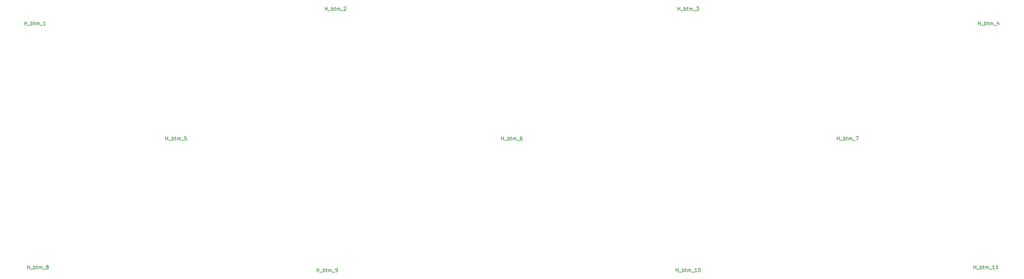
<source format=gbr>
G04 #@! TF.GenerationSoftware,KiCad,Pcbnew,8.0.5*
G04 #@! TF.CreationDate,2024-09-18T07:56:29+09:00*
G04 #@! TF.ProjectId,SandyLP_Plate_Bottom,53616e64-794c-4505-9f50-6c6174655f42,v.0*
G04 #@! TF.SameCoordinates,Original*
G04 #@! TF.FileFunction,AssemblyDrawing,Top*
%FSLAX46Y46*%
G04 Gerber Fmt 4.6, Leading zero omitted, Abs format (unit mm)*
G04 Created by KiCad (PCBNEW 8.0.5) date 2024-09-18 07:56:29*
%MOMM*%
%LPD*%
G01*
G04 APERTURE LIST*
%ADD10C,0.150000*%
G04 APERTURE END LIST*
D10*
X20967363Y-42295724D02*
X20967363Y-41295724D01*
X20967363Y-41771914D02*
X21538791Y-41771914D01*
X21538791Y-42295724D02*
X21538791Y-41295724D01*
X21776887Y-42390962D02*
X22538791Y-42390962D01*
X22776887Y-42295724D02*
X22776887Y-41295724D01*
X22776887Y-41676676D02*
X22872125Y-41629057D01*
X22872125Y-41629057D02*
X23062601Y-41629057D01*
X23062601Y-41629057D02*
X23157839Y-41676676D01*
X23157839Y-41676676D02*
X23205458Y-41724295D01*
X23205458Y-41724295D02*
X23253077Y-41819533D01*
X23253077Y-41819533D02*
X23253077Y-42105247D01*
X23253077Y-42105247D02*
X23205458Y-42200485D01*
X23205458Y-42200485D02*
X23157839Y-42248105D01*
X23157839Y-42248105D02*
X23062601Y-42295724D01*
X23062601Y-42295724D02*
X22872125Y-42295724D01*
X22872125Y-42295724D02*
X22776887Y-42248105D01*
X23538792Y-41629057D02*
X23919744Y-41629057D01*
X23681649Y-41295724D02*
X23681649Y-42152866D01*
X23681649Y-42152866D02*
X23729268Y-42248105D01*
X23729268Y-42248105D02*
X23824506Y-42295724D01*
X23824506Y-42295724D02*
X23919744Y-42295724D01*
X24253078Y-42295724D02*
X24253078Y-41629057D01*
X24253078Y-41724295D02*
X24300697Y-41676676D01*
X24300697Y-41676676D02*
X24395935Y-41629057D01*
X24395935Y-41629057D02*
X24538792Y-41629057D01*
X24538792Y-41629057D02*
X24634030Y-41676676D01*
X24634030Y-41676676D02*
X24681649Y-41771914D01*
X24681649Y-41771914D02*
X24681649Y-42295724D01*
X24681649Y-41771914D02*
X24729268Y-41676676D01*
X24729268Y-41676676D02*
X24824506Y-41629057D01*
X24824506Y-41629057D02*
X24967363Y-41629057D01*
X24967363Y-41629057D02*
X25062602Y-41676676D01*
X25062602Y-41676676D02*
X25110221Y-41771914D01*
X25110221Y-41771914D02*
X25110221Y-42295724D01*
X25348316Y-42390962D02*
X26110220Y-42390962D01*
X26872125Y-42295724D02*
X26300697Y-42295724D01*
X26586411Y-42295724D02*
X26586411Y-41295724D01*
X26586411Y-41295724D02*
X26491173Y-41438581D01*
X26491173Y-41438581D02*
X26395935Y-41533819D01*
X26395935Y-41533819D02*
X26300697Y-41581438D01*
X106236113Y-38173849D02*
X106236113Y-37173849D01*
X106236113Y-37650039D02*
X106807541Y-37650039D01*
X106807541Y-38173849D02*
X106807541Y-37173849D01*
X107045637Y-38269087D02*
X107807541Y-38269087D01*
X108045637Y-38173849D02*
X108045637Y-37173849D01*
X108045637Y-37554801D02*
X108140875Y-37507182D01*
X108140875Y-37507182D02*
X108331351Y-37507182D01*
X108331351Y-37507182D02*
X108426589Y-37554801D01*
X108426589Y-37554801D02*
X108474208Y-37602420D01*
X108474208Y-37602420D02*
X108521827Y-37697658D01*
X108521827Y-37697658D02*
X108521827Y-37983372D01*
X108521827Y-37983372D02*
X108474208Y-38078610D01*
X108474208Y-38078610D02*
X108426589Y-38126230D01*
X108426589Y-38126230D02*
X108331351Y-38173849D01*
X108331351Y-38173849D02*
X108140875Y-38173849D01*
X108140875Y-38173849D02*
X108045637Y-38126230D01*
X108807542Y-37507182D02*
X109188494Y-37507182D01*
X108950399Y-37173849D02*
X108950399Y-38030991D01*
X108950399Y-38030991D02*
X108998018Y-38126230D01*
X108998018Y-38126230D02*
X109093256Y-38173849D01*
X109093256Y-38173849D02*
X109188494Y-38173849D01*
X109521828Y-38173849D02*
X109521828Y-37507182D01*
X109521828Y-37602420D02*
X109569447Y-37554801D01*
X109569447Y-37554801D02*
X109664685Y-37507182D01*
X109664685Y-37507182D02*
X109807542Y-37507182D01*
X109807542Y-37507182D02*
X109902780Y-37554801D01*
X109902780Y-37554801D02*
X109950399Y-37650039D01*
X109950399Y-37650039D02*
X109950399Y-38173849D01*
X109950399Y-37650039D02*
X109998018Y-37554801D01*
X109998018Y-37554801D02*
X110093256Y-37507182D01*
X110093256Y-37507182D02*
X110236113Y-37507182D01*
X110236113Y-37507182D02*
X110331352Y-37554801D01*
X110331352Y-37554801D02*
X110378971Y-37650039D01*
X110378971Y-37650039D02*
X110378971Y-38173849D01*
X110617066Y-38269087D02*
X111378970Y-38269087D01*
X111569447Y-37269087D02*
X111617066Y-37221468D01*
X111617066Y-37221468D02*
X111712304Y-37173849D01*
X111712304Y-37173849D02*
X111950399Y-37173849D01*
X111950399Y-37173849D02*
X112045637Y-37221468D01*
X112045637Y-37221468D02*
X112093256Y-37269087D01*
X112093256Y-37269087D02*
X112140875Y-37364325D01*
X112140875Y-37364325D02*
X112140875Y-37459563D01*
X112140875Y-37459563D02*
X112093256Y-37602420D01*
X112093256Y-37602420D02*
X111521828Y-38173849D01*
X111521828Y-38173849D02*
X112140875Y-38173849D01*
X206248613Y-38173849D02*
X206248613Y-37173849D01*
X206248613Y-37650039D02*
X206820041Y-37650039D01*
X206820041Y-38173849D02*
X206820041Y-37173849D01*
X207058137Y-38269087D02*
X207820041Y-38269087D01*
X208058137Y-38173849D02*
X208058137Y-37173849D01*
X208058137Y-37554801D02*
X208153375Y-37507182D01*
X208153375Y-37507182D02*
X208343851Y-37507182D01*
X208343851Y-37507182D02*
X208439089Y-37554801D01*
X208439089Y-37554801D02*
X208486708Y-37602420D01*
X208486708Y-37602420D02*
X208534327Y-37697658D01*
X208534327Y-37697658D02*
X208534327Y-37983372D01*
X208534327Y-37983372D02*
X208486708Y-38078610D01*
X208486708Y-38078610D02*
X208439089Y-38126230D01*
X208439089Y-38126230D02*
X208343851Y-38173849D01*
X208343851Y-38173849D02*
X208153375Y-38173849D01*
X208153375Y-38173849D02*
X208058137Y-38126230D01*
X208820042Y-37507182D02*
X209200994Y-37507182D01*
X208962899Y-37173849D02*
X208962899Y-38030991D01*
X208962899Y-38030991D02*
X209010518Y-38126230D01*
X209010518Y-38126230D02*
X209105756Y-38173849D01*
X209105756Y-38173849D02*
X209200994Y-38173849D01*
X209534328Y-38173849D02*
X209534328Y-37507182D01*
X209534328Y-37602420D02*
X209581947Y-37554801D01*
X209581947Y-37554801D02*
X209677185Y-37507182D01*
X209677185Y-37507182D02*
X209820042Y-37507182D01*
X209820042Y-37507182D02*
X209915280Y-37554801D01*
X209915280Y-37554801D02*
X209962899Y-37650039D01*
X209962899Y-37650039D02*
X209962899Y-38173849D01*
X209962899Y-37650039D02*
X210010518Y-37554801D01*
X210010518Y-37554801D02*
X210105756Y-37507182D01*
X210105756Y-37507182D02*
X210248613Y-37507182D01*
X210248613Y-37507182D02*
X210343852Y-37554801D01*
X210343852Y-37554801D02*
X210391471Y-37650039D01*
X210391471Y-37650039D02*
X210391471Y-38173849D01*
X210629566Y-38269087D02*
X211391470Y-38269087D01*
X211534328Y-37173849D02*
X212153375Y-37173849D01*
X212153375Y-37173849D02*
X211820042Y-37554801D01*
X211820042Y-37554801D02*
X211962899Y-37554801D01*
X211962899Y-37554801D02*
X212058137Y-37602420D01*
X212058137Y-37602420D02*
X212105756Y-37650039D01*
X212105756Y-37650039D02*
X212153375Y-37745277D01*
X212153375Y-37745277D02*
X212153375Y-37983372D01*
X212153375Y-37983372D02*
X212105756Y-38078610D01*
X212105756Y-38078610D02*
X212058137Y-38126230D01*
X212058137Y-38126230D02*
X211962899Y-38173849D01*
X211962899Y-38173849D02*
X211677185Y-38173849D01*
X211677185Y-38173849D02*
X211581947Y-38126230D01*
X211581947Y-38126230D02*
X211534328Y-38078610D01*
X291517363Y-42295724D02*
X291517363Y-41295724D01*
X291517363Y-41771914D02*
X292088791Y-41771914D01*
X292088791Y-42295724D02*
X292088791Y-41295724D01*
X292326887Y-42390962D02*
X293088791Y-42390962D01*
X293326887Y-42295724D02*
X293326887Y-41295724D01*
X293326887Y-41676676D02*
X293422125Y-41629057D01*
X293422125Y-41629057D02*
X293612601Y-41629057D01*
X293612601Y-41629057D02*
X293707839Y-41676676D01*
X293707839Y-41676676D02*
X293755458Y-41724295D01*
X293755458Y-41724295D02*
X293803077Y-41819533D01*
X293803077Y-41819533D02*
X293803077Y-42105247D01*
X293803077Y-42105247D02*
X293755458Y-42200485D01*
X293755458Y-42200485D02*
X293707839Y-42248105D01*
X293707839Y-42248105D02*
X293612601Y-42295724D01*
X293612601Y-42295724D02*
X293422125Y-42295724D01*
X293422125Y-42295724D02*
X293326887Y-42248105D01*
X294088792Y-41629057D02*
X294469744Y-41629057D01*
X294231649Y-41295724D02*
X294231649Y-42152866D01*
X294231649Y-42152866D02*
X294279268Y-42248105D01*
X294279268Y-42248105D02*
X294374506Y-42295724D01*
X294374506Y-42295724D02*
X294469744Y-42295724D01*
X294803078Y-42295724D02*
X294803078Y-41629057D01*
X294803078Y-41724295D02*
X294850697Y-41676676D01*
X294850697Y-41676676D02*
X294945935Y-41629057D01*
X294945935Y-41629057D02*
X295088792Y-41629057D01*
X295088792Y-41629057D02*
X295184030Y-41676676D01*
X295184030Y-41676676D02*
X295231649Y-41771914D01*
X295231649Y-41771914D02*
X295231649Y-42295724D01*
X295231649Y-41771914D02*
X295279268Y-41676676D01*
X295279268Y-41676676D02*
X295374506Y-41629057D01*
X295374506Y-41629057D02*
X295517363Y-41629057D01*
X295517363Y-41629057D02*
X295612602Y-41676676D01*
X295612602Y-41676676D02*
X295660221Y-41771914D01*
X295660221Y-41771914D02*
X295660221Y-42295724D01*
X295898316Y-42390962D02*
X296660220Y-42390962D01*
X297326887Y-41629057D02*
X297326887Y-42295724D01*
X297088792Y-41248105D02*
X296850697Y-41962390D01*
X296850697Y-41962390D02*
X297469744Y-41962390D01*
X103854863Y-112542599D02*
X103854863Y-111542599D01*
X103854863Y-112018789D02*
X104426291Y-112018789D01*
X104426291Y-112542599D02*
X104426291Y-111542599D01*
X104664387Y-112637837D02*
X105426291Y-112637837D01*
X105664387Y-112542599D02*
X105664387Y-111542599D01*
X105664387Y-111923551D02*
X105759625Y-111875932D01*
X105759625Y-111875932D02*
X105950101Y-111875932D01*
X105950101Y-111875932D02*
X106045339Y-111923551D01*
X106045339Y-111923551D02*
X106092958Y-111971170D01*
X106092958Y-111971170D02*
X106140577Y-112066408D01*
X106140577Y-112066408D02*
X106140577Y-112352122D01*
X106140577Y-112352122D02*
X106092958Y-112447360D01*
X106092958Y-112447360D02*
X106045339Y-112494980D01*
X106045339Y-112494980D02*
X105950101Y-112542599D01*
X105950101Y-112542599D02*
X105759625Y-112542599D01*
X105759625Y-112542599D02*
X105664387Y-112494980D01*
X106426292Y-111875932D02*
X106807244Y-111875932D01*
X106569149Y-111542599D02*
X106569149Y-112399741D01*
X106569149Y-112399741D02*
X106616768Y-112494980D01*
X106616768Y-112494980D02*
X106712006Y-112542599D01*
X106712006Y-112542599D02*
X106807244Y-112542599D01*
X107140578Y-112542599D02*
X107140578Y-111875932D01*
X107140578Y-111971170D02*
X107188197Y-111923551D01*
X107188197Y-111923551D02*
X107283435Y-111875932D01*
X107283435Y-111875932D02*
X107426292Y-111875932D01*
X107426292Y-111875932D02*
X107521530Y-111923551D01*
X107521530Y-111923551D02*
X107569149Y-112018789D01*
X107569149Y-112018789D02*
X107569149Y-112542599D01*
X107569149Y-112018789D02*
X107616768Y-111923551D01*
X107616768Y-111923551D02*
X107712006Y-111875932D01*
X107712006Y-111875932D02*
X107854863Y-111875932D01*
X107854863Y-111875932D02*
X107950102Y-111923551D01*
X107950102Y-111923551D02*
X107997721Y-112018789D01*
X107997721Y-112018789D02*
X107997721Y-112542599D01*
X108235816Y-112637837D02*
X108997720Y-112637837D01*
X109283435Y-112542599D02*
X109473911Y-112542599D01*
X109473911Y-112542599D02*
X109569149Y-112494980D01*
X109569149Y-112494980D02*
X109616768Y-112447360D01*
X109616768Y-112447360D02*
X109712006Y-112304503D01*
X109712006Y-112304503D02*
X109759625Y-112114027D01*
X109759625Y-112114027D02*
X109759625Y-111733075D01*
X109759625Y-111733075D02*
X109712006Y-111637837D01*
X109712006Y-111637837D02*
X109664387Y-111590218D01*
X109664387Y-111590218D02*
X109569149Y-111542599D01*
X109569149Y-111542599D02*
X109378673Y-111542599D01*
X109378673Y-111542599D02*
X109283435Y-111590218D01*
X109283435Y-111590218D02*
X109235816Y-111637837D01*
X109235816Y-111637837D02*
X109188197Y-111733075D01*
X109188197Y-111733075D02*
X109188197Y-111971170D01*
X109188197Y-111971170D02*
X109235816Y-112066408D01*
X109235816Y-112066408D02*
X109283435Y-112114027D01*
X109283435Y-112114027D02*
X109378673Y-112161646D01*
X109378673Y-112161646D02*
X109569149Y-112161646D01*
X109569149Y-112161646D02*
X109664387Y-112114027D01*
X109664387Y-112114027D02*
X109712006Y-112066408D01*
X109712006Y-112066408D02*
X109759625Y-111971170D01*
X21767363Y-111742599D02*
X21767363Y-110742599D01*
X21767363Y-111218789D02*
X22338791Y-111218789D01*
X22338791Y-111742599D02*
X22338791Y-110742599D01*
X22576887Y-111837837D02*
X23338791Y-111837837D01*
X23576887Y-111742599D02*
X23576887Y-110742599D01*
X23576887Y-111123551D02*
X23672125Y-111075932D01*
X23672125Y-111075932D02*
X23862601Y-111075932D01*
X23862601Y-111075932D02*
X23957839Y-111123551D01*
X23957839Y-111123551D02*
X24005458Y-111171170D01*
X24005458Y-111171170D02*
X24053077Y-111266408D01*
X24053077Y-111266408D02*
X24053077Y-111552122D01*
X24053077Y-111552122D02*
X24005458Y-111647360D01*
X24005458Y-111647360D02*
X23957839Y-111694980D01*
X23957839Y-111694980D02*
X23862601Y-111742599D01*
X23862601Y-111742599D02*
X23672125Y-111742599D01*
X23672125Y-111742599D02*
X23576887Y-111694980D01*
X24338792Y-111075932D02*
X24719744Y-111075932D01*
X24481649Y-110742599D02*
X24481649Y-111599741D01*
X24481649Y-111599741D02*
X24529268Y-111694980D01*
X24529268Y-111694980D02*
X24624506Y-111742599D01*
X24624506Y-111742599D02*
X24719744Y-111742599D01*
X25053078Y-111742599D02*
X25053078Y-111075932D01*
X25053078Y-111171170D02*
X25100697Y-111123551D01*
X25100697Y-111123551D02*
X25195935Y-111075932D01*
X25195935Y-111075932D02*
X25338792Y-111075932D01*
X25338792Y-111075932D02*
X25434030Y-111123551D01*
X25434030Y-111123551D02*
X25481649Y-111218789D01*
X25481649Y-111218789D02*
X25481649Y-111742599D01*
X25481649Y-111218789D02*
X25529268Y-111123551D01*
X25529268Y-111123551D02*
X25624506Y-111075932D01*
X25624506Y-111075932D02*
X25767363Y-111075932D01*
X25767363Y-111075932D02*
X25862602Y-111123551D01*
X25862602Y-111123551D02*
X25910221Y-111218789D01*
X25910221Y-111218789D02*
X25910221Y-111742599D01*
X26148316Y-111837837D02*
X26910220Y-111837837D01*
X27291173Y-111171170D02*
X27195935Y-111123551D01*
X27195935Y-111123551D02*
X27148316Y-111075932D01*
X27148316Y-111075932D02*
X27100697Y-110980694D01*
X27100697Y-110980694D02*
X27100697Y-110933075D01*
X27100697Y-110933075D02*
X27148316Y-110837837D01*
X27148316Y-110837837D02*
X27195935Y-110790218D01*
X27195935Y-110790218D02*
X27291173Y-110742599D01*
X27291173Y-110742599D02*
X27481649Y-110742599D01*
X27481649Y-110742599D02*
X27576887Y-110790218D01*
X27576887Y-110790218D02*
X27624506Y-110837837D01*
X27624506Y-110837837D02*
X27672125Y-110933075D01*
X27672125Y-110933075D02*
X27672125Y-110980694D01*
X27672125Y-110980694D02*
X27624506Y-111075932D01*
X27624506Y-111075932D02*
X27576887Y-111123551D01*
X27576887Y-111123551D02*
X27481649Y-111171170D01*
X27481649Y-111171170D02*
X27291173Y-111171170D01*
X27291173Y-111171170D02*
X27195935Y-111218789D01*
X27195935Y-111218789D02*
X27148316Y-111266408D01*
X27148316Y-111266408D02*
X27100697Y-111361646D01*
X27100697Y-111361646D02*
X27100697Y-111552122D01*
X27100697Y-111552122D02*
X27148316Y-111647360D01*
X27148316Y-111647360D02*
X27195935Y-111694980D01*
X27195935Y-111694980D02*
X27291173Y-111742599D01*
X27291173Y-111742599D02*
X27481649Y-111742599D01*
X27481649Y-111742599D02*
X27576887Y-111694980D01*
X27576887Y-111694980D02*
X27624506Y-111647360D01*
X27624506Y-111647360D02*
X27672125Y-111552122D01*
X27672125Y-111552122D02*
X27672125Y-111361646D01*
X27672125Y-111361646D02*
X27624506Y-111266408D01*
X27624506Y-111266408D02*
X27576887Y-111218789D01*
X27576887Y-111218789D02*
X27481649Y-111171170D01*
X290241173Y-111742599D02*
X290241173Y-110742599D01*
X290241173Y-111218789D02*
X290812601Y-111218789D01*
X290812601Y-111742599D02*
X290812601Y-110742599D01*
X291050697Y-111837837D02*
X291812601Y-111837837D01*
X292050697Y-111742599D02*
X292050697Y-110742599D01*
X292050697Y-111123551D02*
X292145935Y-111075932D01*
X292145935Y-111075932D02*
X292336411Y-111075932D01*
X292336411Y-111075932D02*
X292431649Y-111123551D01*
X292431649Y-111123551D02*
X292479268Y-111171170D01*
X292479268Y-111171170D02*
X292526887Y-111266408D01*
X292526887Y-111266408D02*
X292526887Y-111552122D01*
X292526887Y-111552122D02*
X292479268Y-111647360D01*
X292479268Y-111647360D02*
X292431649Y-111694980D01*
X292431649Y-111694980D02*
X292336411Y-111742599D01*
X292336411Y-111742599D02*
X292145935Y-111742599D01*
X292145935Y-111742599D02*
X292050697Y-111694980D01*
X292812602Y-111075932D02*
X293193554Y-111075932D01*
X292955459Y-110742599D02*
X292955459Y-111599741D01*
X292955459Y-111599741D02*
X293003078Y-111694980D01*
X293003078Y-111694980D02*
X293098316Y-111742599D01*
X293098316Y-111742599D02*
X293193554Y-111742599D01*
X293526888Y-111742599D02*
X293526888Y-111075932D01*
X293526888Y-111171170D02*
X293574507Y-111123551D01*
X293574507Y-111123551D02*
X293669745Y-111075932D01*
X293669745Y-111075932D02*
X293812602Y-111075932D01*
X293812602Y-111075932D02*
X293907840Y-111123551D01*
X293907840Y-111123551D02*
X293955459Y-111218789D01*
X293955459Y-111218789D02*
X293955459Y-111742599D01*
X293955459Y-111218789D02*
X294003078Y-111123551D01*
X294003078Y-111123551D02*
X294098316Y-111075932D01*
X294098316Y-111075932D02*
X294241173Y-111075932D01*
X294241173Y-111075932D02*
X294336412Y-111123551D01*
X294336412Y-111123551D02*
X294384031Y-111218789D01*
X294384031Y-111218789D02*
X294384031Y-111742599D01*
X294622126Y-111837837D02*
X295384030Y-111837837D01*
X296145935Y-111742599D02*
X295574507Y-111742599D01*
X295860221Y-111742599D02*
X295860221Y-110742599D01*
X295860221Y-110742599D02*
X295764983Y-110885456D01*
X295764983Y-110885456D02*
X295669745Y-110980694D01*
X295669745Y-110980694D02*
X295574507Y-111028313D01*
X297098316Y-111742599D02*
X296526888Y-111742599D01*
X296812602Y-111742599D02*
X296812602Y-110742599D01*
X296812602Y-110742599D02*
X296717364Y-110885456D01*
X296717364Y-110885456D02*
X296622126Y-110980694D01*
X296622126Y-110980694D02*
X296526888Y-111028313D01*
X60992363Y-75083224D02*
X60992363Y-74083224D01*
X60992363Y-74559414D02*
X61563791Y-74559414D01*
X61563791Y-75083224D02*
X61563791Y-74083224D01*
X61801887Y-75178462D02*
X62563791Y-75178462D01*
X62801887Y-75083224D02*
X62801887Y-74083224D01*
X62801887Y-74464176D02*
X62897125Y-74416557D01*
X62897125Y-74416557D02*
X63087601Y-74416557D01*
X63087601Y-74416557D02*
X63182839Y-74464176D01*
X63182839Y-74464176D02*
X63230458Y-74511795D01*
X63230458Y-74511795D02*
X63278077Y-74607033D01*
X63278077Y-74607033D02*
X63278077Y-74892747D01*
X63278077Y-74892747D02*
X63230458Y-74987985D01*
X63230458Y-74987985D02*
X63182839Y-75035605D01*
X63182839Y-75035605D02*
X63087601Y-75083224D01*
X63087601Y-75083224D02*
X62897125Y-75083224D01*
X62897125Y-75083224D02*
X62801887Y-75035605D01*
X63563792Y-74416557D02*
X63944744Y-74416557D01*
X63706649Y-74083224D02*
X63706649Y-74940366D01*
X63706649Y-74940366D02*
X63754268Y-75035605D01*
X63754268Y-75035605D02*
X63849506Y-75083224D01*
X63849506Y-75083224D02*
X63944744Y-75083224D01*
X64278078Y-75083224D02*
X64278078Y-74416557D01*
X64278078Y-74511795D02*
X64325697Y-74464176D01*
X64325697Y-74464176D02*
X64420935Y-74416557D01*
X64420935Y-74416557D02*
X64563792Y-74416557D01*
X64563792Y-74416557D02*
X64659030Y-74464176D01*
X64659030Y-74464176D02*
X64706649Y-74559414D01*
X64706649Y-74559414D02*
X64706649Y-75083224D01*
X64706649Y-74559414D02*
X64754268Y-74464176D01*
X64754268Y-74464176D02*
X64849506Y-74416557D01*
X64849506Y-74416557D02*
X64992363Y-74416557D01*
X64992363Y-74416557D02*
X65087602Y-74464176D01*
X65087602Y-74464176D02*
X65135221Y-74559414D01*
X65135221Y-74559414D02*
X65135221Y-75083224D01*
X65373316Y-75178462D02*
X66135220Y-75178462D01*
X66849506Y-74083224D02*
X66373316Y-74083224D01*
X66373316Y-74083224D02*
X66325697Y-74559414D01*
X66325697Y-74559414D02*
X66373316Y-74511795D01*
X66373316Y-74511795D02*
X66468554Y-74464176D01*
X66468554Y-74464176D02*
X66706649Y-74464176D01*
X66706649Y-74464176D02*
X66801887Y-74511795D01*
X66801887Y-74511795D02*
X66849506Y-74559414D01*
X66849506Y-74559414D02*
X66897125Y-74654652D01*
X66897125Y-74654652D02*
X66897125Y-74892747D01*
X66897125Y-74892747D02*
X66849506Y-74987985D01*
X66849506Y-74987985D02*
X66801887Y-75035605D01*
X66801887Y-75035605D02*
X66706649Y-75083224D01*
X66706649Y-75083224D02*
X66468554Y-75083224D01*
X66468554Y-75083224D02*
X66373316Y-75035605D01*
X66373316Y-75035605D02*
X66325697Y-74987985D01*
X251492363Y-75083224D02*
X251492363Y-74083224D01*
X251492363Y-74559414D02*
X252063791Y-74559414D01*
X252063791Y-75083224D02*
X252063791Y-74083224D01*
X252301887Y-75178462D02*
X253063791Y-75178462D01*
X253301887Y-75083224D02*
X253301887Y-74083224D01*
X253301887Y-74464176D02*
X253397125Y-74416557D01*
X253397125Y-74416557D02*
X253587601Y-74416557D01*
X253587601Y-74416557D02*
X253682839Y-74464176D01*
X253682839Y-74464176D02*
X253730458Y-74511795D01*
X253730458Y-74511795D02*
X253778077Y-74607033D01*
X253778077Y-74607033D02*
X253778077Y-74892747D01*
X253778077Y-74892747D02*
X253730458Y-74987985D01*
X253730458Y-74987985D02*
X253682839Y-75035605D01*
X253682839Y-75035605D02*
X253587601Y-75083224D01*
X253587601Y-75083224D02*
X253397125Y-75083224D01*
X253397125Y-75083224D02*
X253301887Y-75035605D01*
X254063792Y-74416557D02*
X254444744Y-74416557D01*
X254206649Y-74083224D02*
X254206649Y-74940366D01*
X254206649Y-74940366D02*
X254254268Y-75035605D01*
X254254268Y-75035605D02*
X254349506Y-75083224D01*
X254349506Y-75083224D02*
X254444744Y-75083224D01*
X254778078Y-75083224D02*
X254778078Y-74416557D01*
X254778078Y-74511795D02*
X254825697Y-74464176D01*
X254825697Y-74464176D02*
X254920935Y-74416557D01*
X254920935Y-74416557D02*
X255063792Y-74416557D01*
X255063792Y-74416557D02*
X255159030Y-74464176D01*
X255159030Y-74464176D02*
X255206649Y-74559414D01*
X255206649Y-74559414D02*
X255206649Y-75083224D01*
X255206649Y-74559414D02*
X255254268Y-74464176D01*
X255254268Y-74464176D02*
X255349506Y-74416557D01*
X255349506Y-74416557D02*
X255492363Y-74416557D01*
X255492363Y-74416557D02*
X255587602Y-74464176D01*
X255587602Y-74464176D02*
X255635221Y-74559414D01*
X255635221Y-74559414D02*
X255635221Y-75083224D01*
X255873316Y-75178462D02*
X256635220Y-75178462D01*
X256778078Y-74083224D02*
X257444744Y-74083224D01*
X257444744Y-74083224D02*
X257016173Y-75083224D01*
X156242363Y-75083224D02*
X156242363Y-74083224D01*
X156242363Y-74559414D02*
X156813791Y-74559414D01*
X156813791Y-75083224D02*
X156813791Y-74083224D01*
X157051887Y-75178462D02*
X157813791Y-75178462D01*
X158051887Y-75083224D02*
X158051887Y-74083224D01*
X158051887Y-74464176D02*
X158147125Y-74416557D01*
X158147125Y-74416557D02*
X158337601Y-74416557D01*
X158337601Y-74416557D02*
X158432839Y-74464176D01*
X158432839Y-74464176D02*
X158480458Y-74511795D01*
X158480458Y-74511795D02*
X158528077Y-74607033D01*
X158528077Y-74607033D02*
X158528077Y-74892747D01*
X158528077Y-74892747D02*
X158480458Y-74987985D01*
X158480458Y-74987985D02*
X158432839Y-75035605D01*
X158432839Y-75035605D02*
X158337601Y-75083224D01*
X158337601Y-75083224D02*
X158147125Y-75083224D01*
X158147125Y-75083224D02*
X158051887Y-75035605D01*
X158813792Y-74416557D02*
X159194744Y-74416557D01*
X158956649Y-74083224D02*
X158956649Y-74940366D01*
X158956649Y-74940366D02*
X159004268Y-75035605D01*
X159004268Y-75035605D02*
X159099506Y-75083224D01*
X159099506Y-75083224D02*
X159194744Y-75083224D01*
X159528078Y-75083224D02*
X159528078Y-74416557D01*
X159528078Y-74511795D02*
X159575697Y-74464176D01*
X159575697Y-74464176D02*
X159670935Y-74416557D01*
X159670935Y-74416557D02*
X159813792Y-74416557D01*
X159813792Y-74416557D02*
X159909030Y-74464176D01*
X159909030Y-74464176D02*
X159956649Y-74559414D01*
X159956649Y-74559414D02*
X159956649Y-75083224D01*
X159956649Y-74559414D02*
X160004268Y-74464176D01*
X160004268Y-74464176D02*
X160099506Y-74416557D01*
X160099506Y-74416557D02*
X160242363Y-74416557D01*
X160242363Y-74416557D02*
X160337602Y-74464176D01*
X160337602Y-74464176D02*
X160385221Y-74559414D01*
X160385221Y-74559414D02*
X160385221Y-75083224D01*
X160623316Y-75178462D02*
X161385220Y-75178462D01*
X162051887Y-74083224D02*
X161861411Y-74083224D01*
X161861411Y-74083224D02*
X161766173Y-74130843D01*
X161766173Y-74130843D02*
X161718554Y-74178462D01*
X161718554Y-74178462D02*
X161623316Y-74321319D01*
X161623316Y-74321319D02*
X161575697Y-74511795D01*
X161575697Y-74511795D02*
X161575697Y-74892747D01*
X161575697Y-74892747D02*
X161623316Y-74987985D01*
X161623316Y-74987985D02*
X161670935Y-75035605D01*
X161670935Y-75035605D02*
X161766173Y-75083224D01*
X161766173Y-75083224D02*
X161956649Y-75083224D01*
X161956649Y-75083224D02*
X162051887Y-75035605D01*
X162051887Y-75035605D02*
X162099506Y-74987985D01*
X162099506Y-74987985D02*
X162147125Y-74892747D01*
X162147125Y-74892747D02*
X162147125Y-74654652D01*
X162147125Y-74654652D02*
X162099506Y-74559414D01*
X162099506Y-74559414D02*
X162051887Y-74511795D01*
X162051887Y-74511795D02*
X161956649Y-74464176D01*
X161956649Y-74464176D02*
X161766173Y-74464176D01*
X161766173Y-74464176D02*
X161670935Y-74511795D01*
X161670935Y-74511795D02*
X161623316Y-74559414D01*
X161623316Y-74559414D02*
X161575697Y-74654652D01*
X205772423Y-112542599D02*
X205772423Y-111542599D01*
X205772423Y-112018789D02*
X206343851Y-112018789D01*
X206343851Y-112542599D02*
X206343851Y-111542599D01*
X206581947Y-112637837D02*
X207343851Y-112637837D01*
X207581947Y-112542599D02*
X207581947Y-111542599D01*
X207581947Y-111923551D02*
X207677185Y-111875932D01*
X207677185Y-111875932D02*
X207867661Y-111875932D01*
X207867661Y-111875932D02*
X207962899Y-111923551D01*
X207962899Y-111923551D02*
X208010518Y-111971170D01*
X208010518Y-111971170D02*
X208058137Y-112066408D01*
X208058137Y-112066408D02*
X208058137Y-112352122D01*
X208058137Y-112352122D02*
X208010518Y-112447360D01*
X208010518Y-112447360D02*
X207962899Y-112494980D01*
X207962899Y-112494980D02*
X207867661Y-112542599D01*
X207867661Y-112542599D02*
X207677185Y-112542599D01*
X207677185Y-112542599D02*
X207581947Y-112494980D01*
X208343852Y-111875932D02*
X208724804Y-111875932D01*
X208486709Y-111542599D02*
X208486709Y-112399741D01*
X208486709Y-112399741D02*
X208534328Y-112494980D01*
X208534328Y-112494980D02*
X208629566Y-112542599D01*
X208629566Y-112542599D02*
X208724804Y-112542599D01*
X209058138Y-112542599D02*
X209058138Y-111875932D01*
X209058138Y-111971170D02*
X209105757Y-111923551D01*
X209105757Y-111923551D02*
X209200995Y-111875932D01*
X209200995Y-111875932D02*
X209343852Y-111875932D01*
X209343852Y-111875932D02*
X209439090Y-111923551D01*
X209439090Y-111923551D02*
X209486709Y-112018789D01*
X209486709Y-112018789D02*
X209486709Y-112542599D01*
X209486709Y-112018789D02*
X209534328Y-111923551D01*
X209534328Y-111923551D02*
X209629566Y-111875932D01*
X209629566Y-111875932D02*
X209772423Y-111875932D01*
X209772423Y-111875932D02*
X209867662Y-111923551D01*
X209867662Y-111923551D02*
X209915281Y-112018789D01*
X209915281Y-112018789D02*
X209915281Y-112542599D01*
X210153376Y-112637837D02*
X210915280Y-112637837D01*
X211677185Y-112542599D02*
X211105757Y-112542599D01*
X211391471Y-112542599D02*
X211391471Y-111542599D01*
X211391471Y-111542599D02*
X211296233Y-111685456D01*
X211296233Y-111685456D02*
X211200995Y-111780694D01*
X211200995Y-111780694D02*
X211105757Y-111828313D01*
X212296233Y-111542599D02*
X212391471Y-111542599D01*
X212391471Y-111542599D02*
X212486709Y-111590218D01*
X212486709Y-111590218D02*
X212534328Y-111637837D01*
X212534328Y-111637837D02*
X212581947Y-111733075D01*
X212581947Y-111733075D02*
X212629566Y-111923551D01*
X212629566Y-111923551D02*
X212629566Y-112161646D01*
X212629566Y-112161646D02*
X212581947Y-112352122D01*
X212581947Y-112352122D02*
X212534328Y-112447360D01*
X212534328Y-112447360D02*
X212486709Y-112494980D01*
X212486709Y-112494980D02*
X212391471Y-112542599D01*
X212391471Y-112542599D02*
X212296233Y-112542599D01*
X212296233Y-112542599D02*
X212200995Y-112494980D01*
X212200995Y-112494980D02*
X212153376Y-112447360D01*
X212153376Y-112447360D02*
X212105757Y-112352122D01*
X212105757Y-112352122D02*
X212058138Y-112161646D01*
X212058138Y-112161646D02*
X212058138Y-111923551D01*
X212058138Y-111923551D02*
X212105757Y-111733075D01*
X212105757Y-111733075D02*
X212153376Y-111637837D01*
X212153376Y-111637837D02*
X212200995Y-111590218D01*
X212200995Y-111590218D02*
X212296233Y-111542599D01*
M02*

</source>
